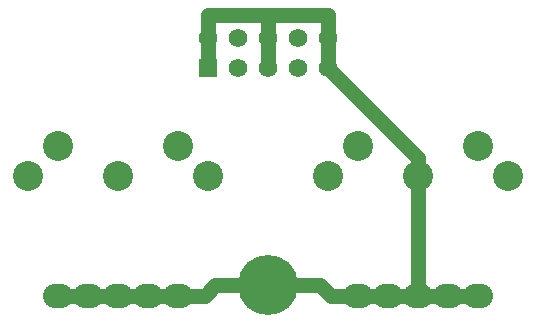
<source format=gbr>
G04 #@! TF.GenerationSoftware,KiCad,Pcbnew,(5.0.2)-1*
G04 #@! TF.CreationDate,2019-01-01T20:39:11-08:00*
G04 #@! TF.ProjectId,500-1141,3530302d-3131-4343-912e-6b696361645f,rev?*
G04 #@! TF.SameCoordinates,Original*
G04 #@! TF.FileFunction,Copper,L2,Bot*
G04 #@! TF.FilePolarity,Positive*
%FSLAX46Y46*%
G04 Gerber Fmt 4.6, Leading zero omitted, Abs format (unit mm)*
G04 Created by KiCad (PCBNEW (5.0.2)-1) date 1/1/2019 8:39:11 PM*
%MOMM*%
%LPD*%
G01*
G04 APERTURE LIST*
G04 #@! TA.AperFunction,ComponentPad*
%ADD10C,5.080000*%
G04 #@! TD*
G04 #@! TA.AperFunction,ComponentPad*
%ADD11C,2.540000*%
G04 #@! TD*
G04 #@! TA.AperFunction,ComponentPad*
%ADD12O,2.540000X2.032000*%
G04 #@! TD*
G04 #@! TA.AperFunction,ComponentPad*
%ADD13C,1.574800*%
G04 #@! TD*
G04 #@! TA.AperFunction,ComponentPad*
%ADD14R,1.574800X1.574800*%
G04 #@! TD*
G04 #@! TA.AperFunction,Conductor*
%ADD15C,1.270000*%
G04 #@! TD*
G04 APERTURE END LIST*
D10*
G04 #@! TO.P,P5,1*
G04 #@! TO.N,Net-(P1-Pad10)*
X96520000Y-116205000D03*
G04 #@! TD*
D11*
G04 #@! TO.P,P1,4*
G04 #@! TO.N,Net-(P1-Pad4)*
X88900000Y-104394000D03*
G04 #@! TO.P,P1,5*
G04 #@! TO.N,Net-(P1-Pad5)*
X78740000Y-104394000D03*
G04 #@! TO.P,P1,1*
G04 #@! TO.N,N/C*
X91440000Y-106934000D03*
G04 #@! TO.P,P1,3*
X76200000Y-106934000D03*
G04 #@! TO.P,P1,2*
X83820000Y-106934000D03*
D12*
G04 #@! TO.P,P1,7*
G04 #@! TO.N,Net-(P1-Pad10)*
X86360000Y-117094000D03*
G04 #@! TO.P,P1,6*
X81280000Y-117094000D03*
G04 #@! TO.P,P1,9*
X83820000Y-117094000D03*
G04 #@! TO.P,P1,8*
X78740000Y-117094000D03*
G04 #@! TO.P,P1,10*
X88900000Y-117094000D03*
G04 #@! TD*
D11*
G04 #@! TO.P,P2,4*
G04 #@! TO.N,Net-(P2-Pad4)*
X114300000Y-104394000D03*
G04 #@! TO.P,P2,5*
G04 #@! TO.N,Net-(P2-Pad5)*
X104140000Y-104394000D03*
G04 #@! TO.P,P2,1*
G04 #@! TO.N,N/C*
X116840000Y-106934000D03*
G04 #@! TO.P,P2,3*
X101600000Y-106934000D03*
G04 #@! TO.P,P2,2*
G04 #@! TO.N,Net-(P1-Pad10)*
X109220000Y-106934000D03*
D12*
G04 #@! TO.P,P2,7*
X111760000Y-117094000D03*
G04 #@! TO.P,P2,6*
X106680000Y-117094000D03*
G04 #@! TO.P,P2,9*
X109220000Y-117094000D03*
G04 #@! TO.P,P2,8*
X104140000Y-117094000D03*
G04 #@! TO.P,P2,10*
X114300000Y-117094000D03*
G04 #@! TD*
D13*
G04 #@! TO.P,P3,10*
G04 #@! TO.N,Net-(P1-Pad10)*
X101600000Y-95250000D03*
G04 #@! TO.P,P3,9*
X101600000Y-97790000D03*
G04 #@! TO.P,P3,8*
G04 #@! TO.N,Net-(P2-Pad5)*
X99060000Y-95250000D03*
G04 #@! TO.P,P3,7*
G04 #@! TO.N,Net-(P2-Pad4)*
X99060000Y-97790000D03*
G04 #@! TO.P,P3,6*
G04 #@! TO.N,Net-(P1-Pad10)*
X96520000Y-95250000D03*
G04 #@! TO.P,P3,5*
X96520000Y-97790000D03*
G04 #@! TO.P,P3,4*
G04 #@! TO.N,Net-(P1-Pad5)*
X93980000Y-95250000D03*
G04 #@! TO.P,P3,3*
G04 #@! TO.N,Net-(P1-Pad4)*
X93980000Y-97790000D03*
G04 #@! TO.P,P3,2*
G04 #@! TO.N,Net-(P1-Pad10)*
X91440000Y-95250000D03*
D14*
G04 #@! TO.P,P3,1*
X91440000Y-97790000D03*
G04 #@! TD*
D15*
G04 #@! TO.N,Net-(P1-Pad10)*
X78740000Y-117094000D02*
X81280000Y-117094000D01*
X81280000Y-117094000D02*
X83820000Y-117094000D01*
X83820000Y-117094000D02*
X86360000Y-117094000D01*
X86360000Y-117094000D02*
X88900000Y-117094000D01*
X88900000Y-117094000D02*
X91186000Y-117094000D01*
X91186000Y-117094000D02*
X92075000Y-116205000D01*
X92075000Y-116205000D02*
X96520000Y-116205000D01*
X104140000Y-117094000D02*
X101854000Y-117094000D01*
X101854000Y-117094000D02*
X100965000Y-116205000D01*
X100965000Y-116205000D02*
X96520000Y-116205000D01*
X104140000Y-117094000D02*
X106680000Y-117094000D01*
X107950000Y-117094000D02*
X111760000Y-117094000D01*
X106680000Y-117094000D02*
X107950000Y-117094000D01*
X107950000Y-117094000D02*
X109220000Y-117094000D01*
X111760000Y-117094000D02*
X114300000Y-117094000D01*
X109220000Y-106934000D02*
X109220000Y-117094000D01*
X91440000Y-95250000D02*
X91440000Y-97790000D01*
X96520000Y-95250000D02*
X96520000Y-97790000D01*
X101600000Y-95250000D02*
X101600000Y-97155000D01*
X101600000Y-97155000D02*
X101600000Y-97790000D01*
X91440000Y-95250000D02*
X91440000Y-93345000D01*
X91440000Y-93345000D02*
X96520000Y-93345000D01*
X96520000Y-93345000D02*
X96520000Y-95250000D01*
X96520000Y-93345000D02*
X101600000Y-93345000D01*
X101600000Y-93345000D02*
X101600000Y-95250000D01*
X109220000Y-105410000D02*
X109220000Y-106934000D01*
X101600000Y-97790000D02*
X109220000Y-105410000D01*
G04 #@! TD*
M02*

</source>
